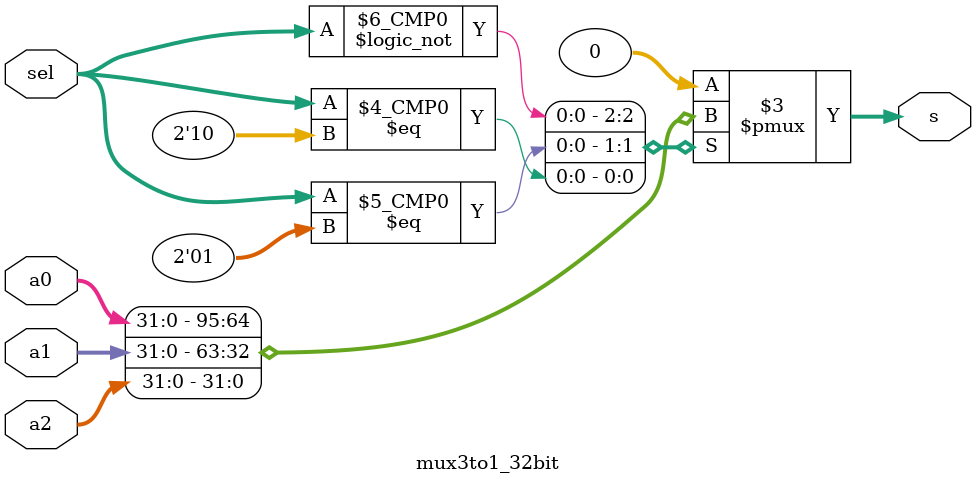
<source format=sv>
module mux3to1_32bit (
// Input and output 
	input logic 	[31 : 0]		a0,
	input logic 	[31 : 0]		a1,
	input logic 	[31 : 0]		a2,
	input logic		[ 1 : 0]		sel,
	
	output logic	[31 : 0]		s
);

always_comb begin
	case(sel)
		2'b00:	s = a0;
		2'b01:	s = a1;
		2'b10:	s = a2;
		default: s = 0;
	endcase
end
endmodule

</source>
